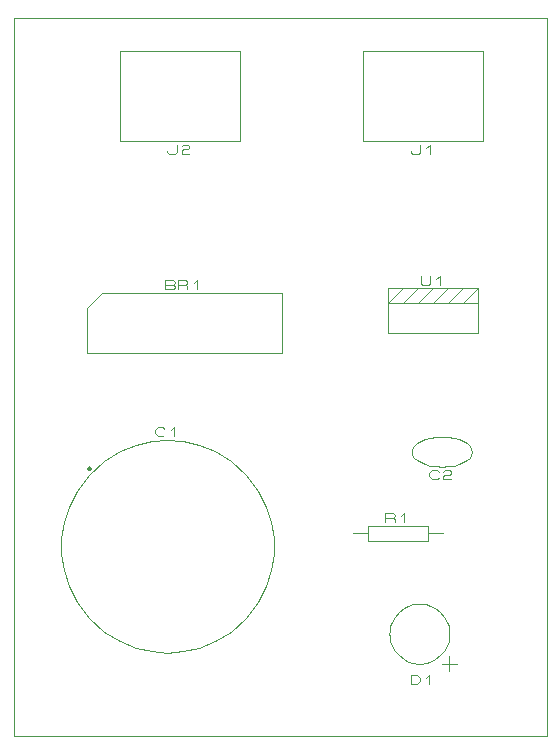
<source format=gbr>
G04 PROTEUS GERBER X2 FILE*
%TF.GenerationSoftware,Labcenter,Proteus,8.17-SP2-Build37159*%
%TF.CreationDate,2024-06-19T10:01:46+00:00*%
%TF.FileFunction,Legend,Top*%
%TF.FilePolarity,Positive*%
%TF.Part,Single*%
%TF.SameCoordinates,{53f4b883-0e9e-4027-bc31-63d81b4ca661}*%
%FSLAX45Y45*%
%MOMM*%
G01*
%TA.AperFunction,Profile*%
%ADD16C,0.101600*%
%TA.AperFunction,Material*%
%ADD18C,0.101600*%
%ADD19C,0.120000*%
%ADD70C,0.200000*%
%TD.AperFunction*%
D16*
X-8030000Y-2450000D02*
X-3520000Y-2450000D01*
X-3520000Y+3630000D01*
X-8030000Y+3630000D01*
X-8030000Y-2450000D01*
D18*
X-6116000Y+3351000D02*
X-6116000Y+2589000D01*
X-7132000Y+2589000D02*
X-7132000Y+3351000D01*
X-6116000Y+3351000D02*
X-7132000Y+3351000D01*
X-6116000Y+2589000D02*
X-7132000Y+2589000D01*
X-6730680Y+2507720D02*
X-6730680Y+2495020D01*
X-6717345Y+2482320D01*
X-6664005Y+2482320D01*
X-6650670Y+2495020D01*
X-6650670Y+2558520D01*
X-6610665Y+2545820D02*
X-6597330Y+2558520D01*
X-6557325Y+2558520D01*
X-6543990Y+2545820D01*
X-6543990Y+2533120D01*
X-6557325Y+2520420D01*
X-6597330Y+2520420D01*
X-6610665Y+2507720D01*
X-6610665Y+2482320D01*
X-6543990Y+2482320D01*
X-5763000Y+796000D02*
X-5763000Y+1304000D01*
X-5763000Y+796000D02*
X-7414000Y+796000D01*
X-7414000Y+1177000D02*
X-7414000Y+796000D01*
X-5763000Y+1304000D02*
X-7287000Y+1304000D01*
X-7414000Y+1177000D02*
X-7287000Y+1304000D01*
X-6748520Y+1334480D02*
X-6748520Y+1410680D01*
X-6681845Y+1410680D01*
X-6668510Y+1397980D01*
X-6668510Y+1385280D01*
X-6681845Y+1372580D01*
X-6668510Y+1359880D01*
X-6668510Y+1347180D01*
X-6681845Y+1334480D01*
X-6748520Y+1334480D01*
X-6748520Y+1372580D02*
X-6681845Y+1372580D01*
X-6641840Y+1334480D02*
X-6641840Y+1410680D01*
X-6575165Y+1410680D01*
X-6561830Y+1397980D01*
X-6561830Y+1385280D01*
X-6575165Y+1372580D01*
X-6641840Y+1372580D01*
X-6575165Y+1372580D02*
X-6561830Y+1359880D01*
X-6561830Y+1334480D01*
X-6508490Y+1385280D02*
X-6481820Y+1410680D01*
X-6481820Y+1334480D01*
D19*
X-5830000Y-840000D02*
X-5832503Y-772924D01*
X-5852785Y-638770D01*
X-5894825Y-504616D01*
X-5962189Y-370462D01*
X-6062500Y-236308D01*
X-6195054Y-116237D01*
X-6329208Y-34168D01*
X-6463362Y+19595D01*
X-6597516Y+50195D01*
X-6730000Y+60000D01*
X-7630000Y-840000D02*
X-7627497Y-772924D01*
X-7607215Y-638770D01*
X-7565175Y-504616D01*
X-7497811Y-370462D01*
X-7397500Y-236308D01*
X-7264946Y-116237D01*
X-7130792Y-34168D01*
X-6996638Y+19595D01*
X-6862484Y+50195D01*
X-6730000Y+60000D01*
X-7630000Y-840000D02*
X-7627497Y-907076D01*
X-7607215Y-1041230D01*
X-7565175Y-1175384D01*
X-7497811Y-1309538D01*
X-7397500Y-1443692D01*
X-7264946Y-1563763D01*
X-7130792Y-1645832D01*
X-6996638Y-1699595D01*
X-6862484Y-1730195D01*
X-6730000Y-1740000D01*
X-5830000Y-840000D02*
X-5832503Y-907076D01*
X-5852785Y-1041230D01*
X-5894825Y-1175384D01*
X-5962189Y-1309538D01*
X-6062500Y-1443692D01*
X-6195054Y-1563763D01*
X-6329208Y-1645832D01*
X-6463362Y-1699595D01*
X-6597516Y-1730195D01*
X-6730000Y-1740000D01*
D70*
X-7379000Y-181000D02*
X-7379035Y-180169D01*
X-7379316Y-178505D01*
X-7379906Y-176841D01*
X-7380870Y-175177D01*
X-7382345Y-173536D01*
X-7384009Y-172335D01*
X-7385673Y-171570D01*
X-7387337Y-171139D01*
X-7389000Y-171000D01*
X-7399000Y-181000D02*
X-7398965Y-180169D01*
X-7398684Y-178505D01*
X-7398094Y-176841D01*
X-7397130Y-175177D01*
X-7395655Y-173536D01*
X-7393991Y-172335D01*
X-7392327Y-171570D01*
X-7390663Y-171139D01*
X-7389000Y-171000D01*
X-7399000Y-181000D02*
X-7398965Y-181831D01*
X-7398684Y-183495D01*
X-7398094Y-185159D01*
X-7397130Y-186823D01*
X-7395655Y-188464D01*
X-7393991Y-189665D01*
X-7392327Y-190430D01*
X-7390663Y-190861D01*
X-7389000Y-191000D01*
X-7379000Y-181000D02*
X-7379035Y-181831D01*
X-7379316Y-183495D01*
X-7379906Y-185159D01*
X-7380870Y-186823D01*
X-7382345Y-188464D01*
X-7384009Y-189665D01*
X-7385673Y-190430D01*
X-7387337Y-190861D01*
X-7389000Y-191000D01*
D18*
X-6756670Y+104100D02*
X-6770005Y+91400D01*
X-6810010Y+91400D01*
X-6836680Y+116800D01*
X-6836680Y+142200D01*
X-6810010Y+167600D01*
X-6770005Y+167600D01*
X-6756670Y+154900D01*
X-6703330Y+142200D02*
X-6676660Y+167600D01*
X-6676660Y+91400D01*
X-4056000Y+3351000D02*
X-4056000Y+2589000D01*
X-5072000Y+2589000D02*
X-5072000Y+3351000D01*
X-4056000Y+3351000D02*
X-5072000Y+3351000D01*
X-4056000Y+2589000D02*
X-5072000Y+2589000D01*
X-4670680Y+2507720D02*
X-4670680Y+2495020D01*
X-4657345Y+2482320D01*
X-4604005Y+2482320D01*
X-4590670Y+2495020D01*
X-4590670Y+2558520D01*
X-4537330Y+2533120D02*
X-4510660Y+2558520D01*
X-4510660Y+2482320D01*
X-4861000Y+963000D02*
X-4099000Y+963000D01*
X-4099000Y+1217000D01*
X-4861000Y+1217000D01*
X-4861000Y+963000D01*
X-4861000Y+1217000D02*
X-4861000Y+1344000D01*
X-4099000Y+1344000D01*
X-4099000Y+1217000D01*
X-4861000Y+1217000D02*
X-4734000Y+1344000D01*
X-4734000Y+1217000D02*
X-4607000Y+1344000D01*
X-4607000Y+1217000D02*
X-4480000Y+1344000D01*
X-4480000Y+1217000D02*
X-4353000Y+1344000D01*
X-4353000Y+1217000D02*
X-4226000Y+1344000D01*
X-4226000Y+1217000D02*
X-4099000Y+1344000D01*
X-4586680Y+1450680D02*
X-4586680Y+1387180D01*
X-4573345Y+1374480D01*
X-4520005Y+1374480D01*
X-4506670Y+1387180D01*
X-4506670Y+1450680D01*
X-4453330Y+1425280D02*
X-4426660Y+1450680D01*
X-4426660Y+1374480D01*
X-4153000Y-40000D02*
X-4158080Y-65876D01*
X-4172685Y-89848D01*
X-4195862Y-111438D01*
X-4226660Y-130170D01*
X-4264125Y-145569D01*
X-4307305Y-157158D01*
X-4355248Y-164460D01*
X-4407000Y-167000D01*
X-4661000Y-40000D02*
X-4655920Y-65876D01*
X-4641315Y-89848D01*
X-4618138Y-111438D01*
X-4587340Y-130170D01*
X-4549875Y-145569D01*
X-4506695Y-157158D01*
X-4458752Y-164460D01*
X-4407000Y-167000D01*
X-4153000Y-40000D02*
X-4158080Y-14124D01*
X-4172685Y+9848D01*
X-4195862Y+31438D01*
X-4226660Y+50170D01*
X-4264125Y+65569D01*
X-4307305Y+77158D01*
X-4355248Y+84460D01*
X-4407000Y+87000D01*
X-4661000Y-40000D02*
X-4655920Y-14124D01*
X-4641315Y+9848D01*
X-4618138Y+31438D01*
X-4587340Y+50170D01*
X-4549875Y+65569D01*
X-4506695Y+77158D01*
X-4458752Y+84460D01*
X-4407000Y+87000D01*
X-4433670Y-260980D02*
X-4447005Y-273680D01*
X-4487010Y-273680D01*
X-4513680Y-248280D01*
X-4513680Y-222880D01*
X-4487010Y-197480D01*
X-4447005Y-197480D01*
X-4433670Y-210180D01*
X-4393665Y-210180D02*
X-4380330Y-197480D01*
X-4340325Y-197480D01*
X-4326990Y-210180D01*
X-4326990Y-222880D01*
X-4340325Y-235580D01*
X-4380330Y-235580D01*
X-4393665Y-248280D01*
X-4393665Y-273680D01*
X-4326990Y-273680D01*
X-5159000Y-730000D02*
X-5032000Y-730000D01*
X-5032000Y-793500D02*
X-4524000Y-793500D01*
X-4524000Y-666500D01*
X-5032000Y-666500D01*
X-5032000Y-793500D01*
X-4524000Y-730000D02*
X-4397000Y-730000D01*
X-4884680Y-636020D02*
X-4884680Y-559820D01*
X-4818005Y-559820D01*
X-4804670Y-572520D01*
X-4804670Y-585220D01*
X-4818005Y-597920D01*
X-4884680Y-597920D01*
X-4818005Y-597920D02*
X-4804670Y-610620D01*
X-4804670Y-636020D01*
X-4751330Y-585220D02*
X-4724660Y-559820D01*
X-4724660Y-636020D01*
X-4343000Y-1580000D02*
X-4343827Y-1559517D01*
X-4350545Y-1518550D01*
X-4364563Y-1477583D01*
X-4387341Y-1436616D01*
X-4422141Y-1395771D01*
X-4463108Y-1364155D01*
X-4504075Y-1343608D01*
X-4545042Y-1331371D01*
X-4586009Y-1326238D01*
X-4597000Y-1326000D01*
X-4851000Y-1580000D02*
X-4850173Y-1559517D01*
X-4843455Y-1518550D01*
X-4829437Y-1477583D01*
X-4806659Y-1436616D01*
X-4771859Y-1395771D01*
X-4730892Y-1364155D01*
X-4689925Y-1343608D01*
X-4648958Y-1331371D01*
X-4607991Y-1326238D01*
X-4597000Y-1326000D01*
X-4851000Y-1580000D02*
X-4850173Y-1600483D01*
X-4843455Y-1641450D01*
X-4829437Y-1682417D01*
X-4806659Y-1723384D01*
X-4771859Y-1764229D01*
X-4730892Y-1795845D01*
X-4689925Y-1816392D01*
X-4648958Y-1828629D01*
X-4607991Y-1833762D01*
X-4597000Y-1834000D01*
X-4343000Y-1580000D02*
X-4343827Y-1600483D01*
X-4350545Y-1641450D01*
X-4364563Y-1682417D01*
X-4387341Y-1723384D01*
X-4422141Y-1764229D01*
X-4463108Y-1795845D01*
X-4504075Y-1816392D01*
X-4545042Y-1828629D01*
X-4586009Y-1833762D01*
X-4597000Y-1834000D01*
X-4279500Y-1834000D02*
X-4406500Y-1834000D01*
X-4343000Y-1897500D02*
X-4343000Y-1770500D01*
X-4671930Y-2004180D02*
X-4671930Y-1927980D01*
X-4618590Y-1927980D01*
X-4591920Y-1953380D01*
X-4591920Y-1978780D01*
X-4618590Y-2004180D01*
X-4671930Y-2004180D01*
X-4538580Y-1953380D02*
X-4511910Y-1927980D01*
X-4511910Y-2004180D01*
M02*

</source>
